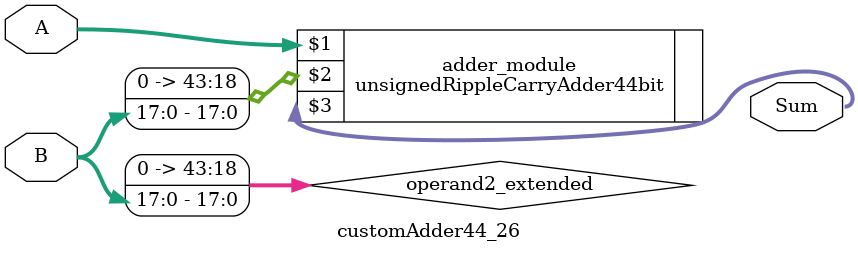
<source format=v>
module customAdder44_26(
                        input [43 : 0] A,
                        input [17 : 0] B,
                        
                        output [44 : 0] Sum
                );

        wire [43 : 0] operand2_extended;
        
        assign operand2_extended =  {26'b0, B};
        
        unsignedRippleCarryAdder44bit adder_module(
            A,
            operand2_extended,
            Sum
        );
        
        endmodule
        
</source>
